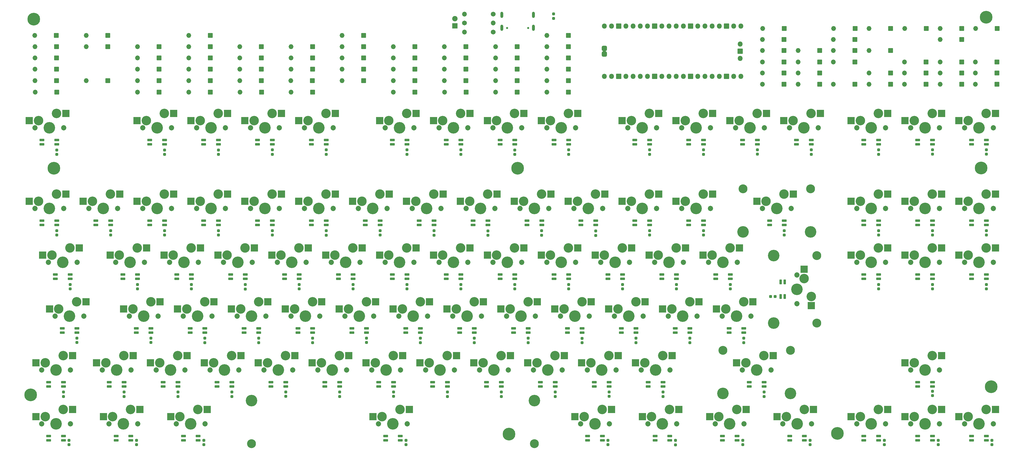
<source format=gbs>
G04 #@! TF.GenerationSoftware,KiCad,Pcbnew,(6.0.2)*
G04 #@! TF.CreationDate,2022-03-10T23:30:08+00:00*
G04 #@! TF.ProjectId,ENV_KB_RGB,454e565f-4b42-45f5-9247-422e6b696361,Rev.1*
G04 #@! TF.SameCoordinates,Original*
G04 #@! TF.FileFunction,Soldermask,Bot*
G04 #@! TF.FilePolarity,Negative*
%FSLAX46Y46*%
G04 Gerber Fmt 4.6, Leading zero omitted, Abs format (unit mm)*
G04 Created by KiCad (PCBNEW (6.0.2)) date 2022-03-10 23:30:08*
%MOMM*%
%LPD*%
G01*
G04 APERTURE LIST*
G04 Aperture macros list*
%AMRoundRect*
0 Rectangle with rounded corners*
0 $1 Rounding radius*
0 $2 $3 $4 $5 $6 $7 $8 $9 X,Y pos of 4 corners*
0 Add a 4 corners polygon primitive as box body*
4,1,4,$2,$3,$4,$5,$6,$7,$8,$9,$2,$3,0*
0 Add four circle primitives for the rounded corners*
1,1,$1+$1,$2,$3*
1,1,$1+$1,$4,$5*
1,1,$1+$1,$6,$7*
1,1,$1+$1,$8,$9*
0 Add four rect primitives between the rounded corners*
20,1,$1+$1,$2,$3,$4,$5,0*
20,1,$1+$1,$4,$5,$6,$7,0*
20,1,$1+$1,$6,$7,$8,$9,0*
20,1,$1+$1,$8,$9,$2,$3,0*%
G04 Aperture macros list end*
%ADD10R,2.550000X2.500000*%
%ADD11C,4.089800*%
%ADD12C,1.852000*%
%ADD13C,3.352000*%
%ADD14RoundRect,0.051000X0.900000X-0.900000X0.900000X0.900000X-0.900000X0.900000X-0.900000X-0.900000X0*%
%ADD15C,1.902000*%
%ADD16R,2.500000X2.550000*%
%ADD17C,1.702000*%
%ADD18O,1.702000X1.702000*%
%ADD19C,4.502000*%
%ADD20O,1.802000X1.802000*%
%ADD21RoundRect,0.051000X0.850000X-0.850000X0.850000X0.850000X-0.850000X0.850000X-0.850000X-0.850000X0*%
%ADD22RoundRect,0.488500X0.437500X-0.437500X0.437500X0.437500X-0.437500X0.437500X-0.437500X-0.437500X0*%
%ADD23RoundRect,0.051000X0.800000X0.800000X-0.800000X0.800000X-0.800000X-0.800000X0.800000X-0.800000X0*%
%ADD24RoundRect,0.133000X0.718000X-0.328000X0.718000X0.328000X-0.718000X0.328000X-0.718000X-0.328000X0*%
%ADD25RoundRect,0.133000X-0.328000X-0.718000X0.328000X-0.718000X0.328000X0.718000X-0.328000X0.718000X0*%
%ADD26C,3.150000*%
%ADD27C,0.752000*%
%ADD28O,1.002000X2.202000*%
%ADD29RoundRect,0.276000X-0.250000X0.225000X-0.250000X-0.225000X0.250000X-0.225000X0.250000X0.225000X0*%
%ADD30RoundRect,0.276000X0.225000X0.250000X-0.225000X0.250000X-0.225000X-0.250000X0.225000X-0.250000X0*%
G04 APERTURE END LIST*
D10*
X42021250Y-204020000D03*
D11*
X49106250Y-206560000D03*
D12*
X44026250Y-206560000D03*
D10*
X54921250Y-201480000D03*
D12*
X54186250Y-206560000D03*
D13*
X45296250Y-204020000D03*
X51646250Y-201480000D03*
D11*
X49106250Y-187510000D03*
D10*
X54921250Y-182430000D03*
D12*
X54186250Y-187510000D03*
D10*
X42021250Y-184970000D03*
D12*
X44026250Y-187510000D03*
D13*
X45296250Y-184970000D03*
X51646250Y-182430000D03*
D10*
X76352500Y-182430000D03*
D12*
X65457500Y-187510000D03*
X75617500Y-187510000D03*
D10*
X63452500Y-184970000D03*
D11*
X70537500Y-187510000D03*
D13*
X66727500Y-184970000D03*
X73077500Y-182430000D03*
D12*
X361367500Y-187510000D03*
D10*
X362102500Y-182430000D03*
X349202500Y-184970000D03*
D12*
X351207500Y-187510000D03*
D11*
X356287500Y-187510000D03*
D13*
X352477500Y-184970000D03*
X358827500Y-182430000D03*
D10*
X343052500Y-201480000D03*
D12*
X342317500Y-206560000D03*
X332157500Y-206560000D03*
D10*
X330152500Y-204020000D03*
D11*
X337237500Y-206560000D03*
D13*
X333427500Y-204020000D03*
X339777500Y-201480000D03*
D10*
X44402500Y-146870000D03*
D11*
X51487500Y-149410000D03*
D12*
X56567500Y-149410000D03*
X46407500Y-149410000D03*
D10*
X57302500Y-144330000D03*
D13*
X47677500Y-146870000D03*
X54027500Y-144330000D03*
D14*
X190050000Y-65750000D03*
D15*
X190050000Y-63210000D03*
D10*
X289671250Y-184970000D03*
D11*
X296756250Y-187510000D03*
D12*
X291676250Y-187510000D03*
D10*
X302571250Y-182430000D03*
D12*
X301836250Y-187510000D03*
D13*
X292946250Y-184970000D03*
X299296250Y-182430000D03*
D10*
X232521250Y-204020000D03*
D12*
X244686250Y-206560000D03*
D10*
X245421250Y-201480000D03*
D12*
X234526250Y-206560000D03*
D11*
X239606250Y-206560000D03*
D13*
X235796250Y-204020000D03*
X242146250Y-201480000D03*
D11*
X311025000Y-158935000D03*
D12*
X311025000Y-153855000D03*
X311025000Y-164015000D03*
D16*
X313565000Y-151850000D03*
X316105000Y-164750000D03*
D13*
X313565000Y-155125000D03*
X316105000Y-161475000D03*
D10*
X90640000Y-96705000D03*
D12*
X89905000Y-101785000D03*
D10*
X77740000Y-99245000D03*
D12*
X79745000Y-101785000D03*
D11*
X84825000Y-101785000D03*
D13*
X81015000Y-99245000D03*
X87365000Y-96705000D03*
D10*
X362102500Y-96705000D03*
D12*
X361367500Y-101785000D03*
D11*
X356287500Y-101785000D03*
D12*
X351207500Y-101785000D03*
D10*
X349202500Y-99245000D03*
D13*
X352477500Y-99245000D03*
X358827500Y-96705000D03*
D11*
X103875000Y-130360000D03*
D10*
X109690000Y-125280000D03*
D12*
X108955000Y-130360000D03*
D10*
X96790000Y-127820000D03*
D12*
X98795000Y-130360000D03*
D13*
X100065000Y-127820000D03*
X106415000Y-125280000D03*
D10*
X134890000Y-127820000D03*
D12*
X136895000Y-130360000D03*
X147055000Y-130360000D03*
D11*
X141975000Y-130360000D03*
D10*
X147790000Y-125280000D03*
D13*
X138165000Y-127820000D03*
X144515000Y-125280000D03*
D11*
X256275000Y-130360000D03*
D12*
X251195000Y-130360000D03*
X261355000Y-130360000D03*
D10*
X249190000Y-127820000D03*
X262090000Y-125280000D03*
D13*
X252465000Y-127820000D03*
X258815000Y-125280000D03*
D10*
X249190000Y-99245000D03*
X262090000Y-96705000D03*
D11*
X256275000Y-101785000D03*
D12*
X261355000Y-101785000D03*
X251195000Y-101785000D03*
D13*
X252465000Y-99245000D03*
X258815000Y-96705000D03*
D12*
X380417500Y-130360000D03*
D11*
X375337500Y-130360000D03*
D10*
X381152500Y-125280000D03*
D12*
X370257500Y-130360000D03*
D10*
X368252500Y-127820000D03*
D13*
X371527500Y-127820000D03*
X377877500Y-125280000D03*
D11*
X294375000Y-101785000D03*
D12*
X289295000Y-101785000D03*
D10*
X300190000Y-96705000D03*
X287290000Y-99245000D03*
D12*
X299455000Y-101785000D03*
D13*
X290565000Y-99245000D03*
X296915000Y-96705000D03*
D12*
X108955000Y-101785000D03*
D10*
X109690000Y-96705000D03*
D11*
X103875000Y-101785000D03*
D10*
X96790000Y-99245000D03*
D12*
X98795000Y-101785000D03*
D13*
X100065000Y-99245000D03*
X106415000Y-96705000D03*
D10*
X128740000Y-96705000D03*
X115840000Y-99245000D03*
D12*
X117845000Y-101785000D03*
X128005000Y-101785000D03*
D11*
X122925000Y-101785000D03*
D13*
X119115000Y-99245000D03*
X125465000Y-96705000D03*
D10*
X185890000Y-125280000D03*
D12*
X174995000Y-130360000D03*
D11*
X180075000Y-130360000D03*
D10*
X172990000Y-127820000D03*
D12*
X185155000Y-130360000D03*
D13*
X176265000Y-127820000D03*
X182615000Y-125280000D03*
D11*
X337237500Y-130360000D03*
D10*
X343052500Y-125280000D03*
X330152500Y-127820000D03*
D12*
X332157500Y-130360000D03*
X342317500Y-130360000D03*
D13*
X333427500Y-127820000D03*
X339777500Y-125280000D03*
D12*
X203570000Y-101785000D03*
D10*
X214465000Y-96705000D03*
D11*
X208650000Y-101785000D03*
D10*
X201565000Y-99245000D03*
D12*
X213730000Y-101785000D03*
D13*
X204840000Y-99245000D03*
X211190000Y-96705000D03*
D11*
X275325000Y-101785000D03*
D10*
X281140000Y-96705000D03*
D12*
X270245000Y-101785000D03*
X280405000Y-101785000D03*
D10*
X268240000Y-99245000D03*
D13*
X271515000Y-99245000D03*
X277865000Y-96705000D03*
D10*
X306340000Y-99245000D03*
D12*
X308345000Y-101785000D03*
D11*
X313425000Y-101785000D03*
D10*
X319240000Y-96705000D03*
D12*
X318505000Y-101785000D03*
D13*
X309615000Y-99245000D03*
X315965000Y-96705000D03*
D10*
X58690000Y-127820000D03*
D11*
X65775000Y-130360000D03*
D10*
X71590000Y-125280000D03*
D12*
X70855000Y-130360000D03*
X60695000Y-130360000D03*
D13*
X61965000Y-127820000D03*
X68315000Y-125280000D03*
D10*
X128740000Y-125280000D03*
D11*
X122925000Y-130360000D03*
D12*
X128005000Y-130360000D03*
X117845000Y-130360000D03*
D10*
X115840000Y-127820000D03*
D13*
X119115000Y-127820000D03*
X125465000Y-125280000D03*
D11*
X375337500Y-101785000D03*
D12*
X380417500Y-101785000D03*
D10*
X381152500Y-96705000D03*
D12*
X370257500Y-101785000D03*
D10*
X368252500Y-99245000D03*
D13*
X371527500Y-99245000D03*
X377877500Y-96705000D03*
D11*
X337237500Y-101785000D03*
D12*
X342317500Y-101785000D03*
D10*
X330152500Y-99245000D03*
X343052500Y-96705000D03*
D12*
X332157500Y-101785000D03*
D13*
X333427500Y-99245000D03*
X339777500Y-96705000D03*
D10*
X102546250Y-201480000D03*
D11*
X96731250Y-206560000D03*
D12*
X101811250Y-206560000D03*
X91651250Y-206560000D03*
D10*
X89646250Y-204020000D03*
D13*
X92921250Y-204020000D03*
X99271250Y-201480000D03*
D10*
X176365000Y-96705000D03*
D11*
X170550000Y-101785000D03*
D12*
X175630000Y-101785000D03*
X165470000Y-101785000D03*
D10*
X163465000Y-99245000D03*
D13*
X166740000Y-99245000D03*
X173090000Y-96705000D03*
D11*
X161025000Y-130360000D03*
D12*
X155945000Y-130360000D03*
D10*
X153940000Y-127820000D03*
D12*
X166105000Y-130360000D03*
D10*
X166840000Y-125280000D03*
D13*
X157215000Y-127820000D03*
X163565000Y-125280000D03*
D17*
X193440000Y-64750000D03*
D18*
X203600000Y-64750000D03*
D10*
X281140000Y-125280000D03*
D11*
X275325000Y-130360000D03*
D10*
X268240000Y-127820000D03*
D12*
X280405000Y-130360000D03*
X270245000Y-130360000D03*
D13*
X271515000Y-127820000D03*
X277865000Y-125280000D03*
D10*
X309715000Y-125280000D03*
D12*
X308980000Y-130360000D03*
D11*
X303900000Y-130360000D03*
D10*
X296815000Y-127820000D03*
D12*
X298820000Y-130360000D03*
D13*
X300090000Y-127820000D03*
X306440000Y-125280000D03*
D12*
X48788750Y-168460000D03*
D10*
X59683750Y-163380000D03*
X46783750Y-165920000D03*
D11*
X53868750Y-168460000D03*
D12*
X58948750Y-168460000D03*
D13*
X50058750Y-165920000D03*
X56408750Y-163380000D03*
D11*
X46725000Y-101785000D03*
D12*
X41645000Y-101785000D03*
X51805000Y-101785000D03*
D10*
X52540000Y-96705000D03*
X39640000Y-99245000D03*
D13*
X42915000Y-99245000D03*
X49265000Y-96705000D03*
D11*
X263418750Y-206560000D03*
D12*
X258338750Y-206560000D03*
D10*
X256333750Y-204020000D03*
X269233750Y-201480000D03*
D12*
X268498750Y-206560000D03*
D13*
X259608750Y-204020000D03*
X265958750Y-201480000D03*
D10*
X65833750Y-204020000D03*
D12*
X77998750Y-206560000D03*
D11*
X72918750Y-206560000D03*
D12*
X67838750Y-206560000D03*
D10*
X78733750Y-201480000D03*
D13*
X69108750Y-204020000D03*
X75458750Y-201480000D03*
D11*
X218175000Y-130360000D03*
D12*
X213095000Y-130360000D03*
D10*
X223990000Y-125280000D03*
X211090000Y-127820000D03*
D12*
X223255000Y-130360000D03*
D13*
X214365000Y-127820000D03*
X220715000Y-125280000D03*
D12*
X282151250Y-206560000D03*
D10*
X293046250Y-201480000D03*
X280146250Y-204020000D03*
D11*
X287231250Y-206560000D03*
D12*
X292311250Y-206560000D03*
D13*
X283421250Y-204020000D03*
X289771250Y-201480000D03*
D12*
X361367500Y-130360000D03*
X351207500Y-130360000D03*
D11*
X356287500Y-130360000D03*
D10*
X349202500Y-127820000D03*
X362102500Y-125280000D03*
D13*
X352477500Y-127820000D03*
X358827500Y-125280000D03*
D10*
X303958750Y-204020000D03*
D12*
X316123750Y-206560000D03*
D11*
X311043750Y-206560000D03*
D12*
X305963750Y-206560000D03*
D10*
X316858750Y-201480000D03*
D13*
X307233750Y-204020000D03*
X313583750Y-201480000D03*
D12*
X51805000Y-130360000D03*
X41645000Y-130360000D03*
D10*
X52540000Y-125280000D03*
D11*
X46725000Y-130360000D03*
D10*
X39640000Y-127820000D03*
D13*
X42915000Y-127820000D03*
X49265000Y-125280000D03*
D12*
X194045000Y-130360000D03*
D10*
X204940000Y-125280000D03*
X192040000Y-127820000D03*
D11*
X199125000Y-130360000D03*
D12*
X204205000Y-130360000D03*
D13*
X195315000Y-127820000D03*
X201665000Y-125280000D03*
D10*
X230140000Y-127820000D03*
D12*
X242305000Y-130360000D03*
D11*
X237225000Y-130360000D03*
D10*
X243040000Y-125280000D03*
D12*
X232145000Y-130360000D03*
D13*
X233415000Y-127820000D03*
X239765000Y-125280000D03*
D10*
X258715000Y-146870000D03*
D11*
X265800000Y-149410000D03*
D10*
X271615000Y-144330000D03*
D12*
X260720000Y-149410000D03*
X270880000Y-149410000D03*
D13*
X261990000Y-146870000D03*
X268340000Y-144330000D03*
D12*
X94032500Y-168460000D03*
X104192500Y-168460000D03*
D10*
X92027500Y-165920000D03*
X104927500Y-163380000D03*
D11*
X99112500Y-168460000D03*
D13*
X95302500Y-165920000D03*
X101652500Y-163380000D03*
D10*
X176365000Y-144330000D03*
X163465000Y-146870000D03*
D11*
X170550000Y-149410000D03*
D12*
X165470000Y-149410000D03*
X175630000Y-149410000D03*
D13*
X166740000Y-146870000D03*
X173090000Y-144330000D03*
D12*
X232780000Y-149410000D03*
D11*
X227700000Y-149410000D03*
D10*
X233515000Y-144330000D03*
D12*
X222620000Y-149410000D03*
D10*
X220615000Y-146870000D03*
D13*
X223890000Y-146870000D03*
X230240000Y-144330000D03*
D12*
X251830000Y-149410000D03*
D10*
X252565000Y-144330000D03*
D11*
X246750000Y-149410000D03*
D10*
X239665000Y-146870000D03*
D12*
X241670000Y-149410000D03*
D13*
X242940000Y-146870000D03*
X249290000Y-144330000D03*
D12*
X289930000Y-149410000D03*
D11*
X284850000Y-149410000D03*
D10*
X290665000Y-144330000D03*
X277765000Y-146870000D03*
D12*
X279770000Y-149410000D03*
D13*
X281040000Y-146870000D03*
X287390000Y-144330000D03*
D10*
X85877500Y-163380000D03*
D11*
X80062500Y-168460000D03*
D12*
X74982500Y-168460000D03*
X85142500Y-168460000D03*
D10*
X72977500Y-165920000D03*
D13*
X76252500Y-165920000D03*
X82602500Y-163380000D03*
D12*
X213730000Y-149410000D03*
X203570000Y-149410000D03*
D10*
X214465000Y-144330000D03*
D11*
X208650000Y-149410000D03*
D10*
X201565000Y-146870000D03*
D13*
X204840000Y-146870000D03*
X211190000Y-144330000D03*
D11*
X118162500Y-168460000D03*
D12*
X113082500Y-168460000D03*
D10*
X111077500Y-165920000D03*
D12*
X123242500Y-168460000D03*
D10*
X123977500Y-163380000D03*
D13*
X114352500Y-165920000D03*
X120702500Y-163380000D03*
D11*
X356287500Y-149410000D03*
D10*
X362102500Y-144330000D03*
X349202500Y-146870000D03*
D12*
X351207500Y-149410000D03*
X361367500Y-149410000D03*
D13*
X352477500Y-146870000D03*
X358827500Y-144330000D03*
D12*
X70220000Y-149410000D03*
D10*
X81115000Y-144330000D03*
X68215000Y-146870000D03*
D11*
X75300000Y-149410000D03*
D12*
X80380000Y-149410000D03*
D13*
X71490000Y-146870000D03*
X77840000Y-144330000D03*
D10*
X100165000Y-144330000D03*
D11*
X94350000Y-149410000D03*
D10*
X87265000Y-146870000D03*
D12*
X89270000Y-149410000D03*
X99430000Y-149410000D03*
D13*
X90540000Y-146870000D03*
X96890000Y-144330000D03*
D12*
X127370000Y-149410000D03*
D10*
X125365000Y-146870000D03*
X138265000Y-144330000D03*
D12*
X137530000Y-149410000D03*
D11*
X132450000Y-149410000D03*
D13*
X128640000Y-146870000D03*
X134990000Y-144330000D03*
D11*
X113400000Y-149410000D03*
D10*
X106315000Y-146870000D03*
X119215000Y-144330000D03*
D12*
X108320000Y-149410000D03*
X118480000Y-149410000D03*
D13*
X109590000Y-146870000D03*
X115940000Y-144330000D03*
D11*
X151500000Y-149410000D03*
D12*
X156580000Y-149410000D03*
D10*
X157315000Y-144330000D03*
D12*
X146420000Y-149410000D03*
D10*
X144415000Y-146870000D03*
D13*
X147690000Y-146870000D03*
X154040000Y-144330000D03*
D12*
X342317500Y-149410000D03*
D11*
X337237500Y-149410000D03*
D12*
X332157500Y-149410000D03*
D10*
X330152500Y-146870000D03*
X343052500Y-144330000D03*
D13*
X333427500Y-146870000D03*
X339777500Y-144330000D03*
D10*
X381152500Y-144330000D03*
D12*
X380417500Y-149410000D03*
X370257500Y-149410000D03*
D11*
X375337500Y-149410000D03*
D10*
X368252500Y-146870000D03*
D13*
X371527500Y-146870000D03*
X377877500Y-144330000D03*
D11*
X189600000Y-149410000D03*
D12*
X184520000Y-149410000D03*
D10*
X182515000Y-146870000D03*
D12*
X194680000Y-149410000D03*
D10*
X195415000Y-144330000D03*
D13*
X185790000Y-146870000D03*
X192140000Y-144330000D03*
D12*
X132132500Y-168460000D03*
D10*
X130127500Y-165920000D03*
X143027500Y-163380000D03*
D11*
X137212500Y-168460000D03*
D12*
X142292500Y-168460000D03*
D13*
X133402500Y-165920000D03*
X139752500Y-163380000D03*
D11*
X194362500Y-168460000D03*
D12*
X189282500Y-168460000D03*
D10*
X200177500Y-163380000D03*
X187277500Y-165920000D03*
D12*
X199442500Y-168460000D03*
D13*
X190552500Y-165920000D03*
X196902500Y-163380000D03*
D11*
X203887500Y-187510000D03*
D10*
X209702500Y-182430000D03*
D12*
X208967500Y-187510000D03*
D10*
X196802500Y-184970000D03*
D12*
X198807500Y-187510000D03*
D13*
X200077500Y-184970000D03*
X206427500Y-182430000D03*
D10*
X149177500Y-165920000D03*
D12*
X161342500Y-168460000D03*
D10*
X162077500Y-163380000D03*
D11*
X156262500Y-168460000D03*
D12*
X151182500Y-168460000D03*
D13*
X152452500Y-165920000D03*
X158802500Y-163380000D03*
D10*
X181127500Y-163380000D03*
D12*
X170232500Y-168460000D03*
D10*
X168227500Y-165920000D03*
D11*
X175312500Y-168460000D03*
D12*
X180392500Y-168460000D03*
D13*
X171502500Y-165920000D03*
X177852500Y-163380000D03*
D11*
X213412500Y-168460000D03*
D12*
X218492500Y-168460000D03*
D10*
X219227500Y-163380000D03*
X206327500Y-165920000D03*
D12*
X208332500Y-168460000D03*
D13*
X209602500Y-165920000D03*
X215952500Y-163380000D03*
D10*
X225377500Y-165920000D03*
D12*
X227382500Y-168460000D03*
D10*
X238277500Y-163380000D03*
D12*
X237542500Y-168460000D03*
D11*
X232462500Y-168460000D03*
D13*
X228652500Y-165920000D03*
X235002500Y-163380000D03*
D12*
X151817500Y-187510000D03*
D11*
X146737500Y-187510000D03*
D10*
X139652500Y-184970000D03*
D12*
X141657500Y-187510000D03*
D10*
X152552500Y-182430000D03*
D13*
X142927500Y-184970000D03*
X149277500Y-182430000D03*
D10*
X171602500Y-182430000D03*
D12*
X160707500Y-187510000D03*
D11*
X165787500Y-187510000D03*
D10*
X158702500Y-184970000D03*
D12*
X170867500Y-187510000D03*
D13*
X161977500Y-184970000D03*
X168327500Y-182430000D03*
D12*
X246432500Y-168460000D03*
X256592500Y-168460000D03*
D10*
X244427500Y-165920000D03*
D11*
X251512500Y-168460000D03*
D10*
X257327500Y-163380000D03*
D13*
X247702500Y-165920000D03*
X254052500Y-163380000D03*
D12*
X247067500Y-187510000D03*
X236907500Y-187510000D03*
D10*
X247802500Y-182430000D03*
X234902500Y-184970000D03*
D11*
X241987500Y-187510000D03*
D13*
X238177500Y-184970000D03*
X244527500Y-182430000D03*
D12*
X275642500Y-168460000D03*
D10*
X263477500Y-165920000D03*
D11*
X270562500Y-168460000D03*
D10*
X276377500Y-163380000D03*
D12*
X265482500Y-168460000D03*
D13*
X266752500Y-165920000D03*
X273102500Y-163380000D03*
D12*
X228017500Y-187510000D03*
D10*
X215852500Y-184970000D03*
D11*
X222937500Y-187510000D03*
D12*
X217857500Y-187510000D03*
D10*
X228752500Y-182430000D03*
D13*
X219127500Y-184970000D03*
X225477500Y-182430000D03*
D12*
X284532500Y-168460000D03*
D10*
X282527500Y-165920000D03*
D12*
X294692500Y-168460000D03*
D10*
X295427500Y-163380000D03*
D11*
X289612500Y-168460000D03*
D13*
X285802500Y-165920000D03*
X292152500Y-163380000D03*
D10*
X95402500Y-182430000D03*
D12*
X84507500Y-187510000D03*
X94667500Y-187510000D03*
D10*
X82502500Y-184970000D03*
D11*
X89587500Y-187510000D03*
D13*
X85777500Y-184970000D03*
X92127500Y-182430000D03*
D12*
X132767500Y-187510000D03*
D11*
X127687500Y-187510000D03*
D10*
X133502500Y-182430000D03*
X120602500Y-184970000D03*
D12*
X122607500Y-187510000D03*
D13*
X123877500Y-184970000D03*
X130227500Y-182430000D03*
D10*
X177752500Y-184970000D03*
D11*
X184837500Y-187510000D03*
D10*
X190652500Y-182430000D03*
D12*
X179757500Y-187510000D03*
X189917500Y-187510000D03*
D13*
X181027500Y-184970000D03*
X187377500Y-182430000D03*
D10*
X114452500Y-182430000D03*
D12*
X103557500Y-187510000D03*
D10*
X101552500Y-184970000D03*
D12*
X113717500Y-187510000D03*
D11*
X108637500Y-187510000D03*
D13*
X104827500Y-184970000D03*
X111177500Y-182430000D03*
D12*
X255957500Y-187510000D03*
D11*
X261037500Y-187510000D03*
D12*
X266117500Y-187510000D03*
D10*
X266852500Y-182430000D03*
X253952500Y-184970000D03*
D13*
X257227500Y-184970000D03*
X263577500Y-182430000D03*
D11*
X84825000Y-130360000D03*
D12*
X79745000Y-130360000D03*
D10*
X90640000Y-125280000D03*
D12*
X89905000Y-130360000D03*
D10*
X77740000Y-127820000D03*
D13*
X81015000Y-127820000D03*
X87365000Y-125280000D03*
D12*
X136895000Y-101785000D03*
D11*
X141975000Y-101785000D03*
D12*
X147055000Y-101785000D03*
D10*
X147790000Y-96705000D03*
X134890000Y-99245000D03*
D13*
X138165000Y-99245000D03*
X144515000Y-96705000D03*
D10*
X362102500Y-201480000D03*
X349202500Y-204020000D03*
D12*
X361367500Y-206560000D03*
X351207500Y-206560000D03*
D11*
X356287500Y-206560000D03*
D13*
X352477500Y-204020000D03*
X358827500Y-201480000D03*
D10*
X368252500Y-204020000D03*
D12*
X370257500Y-206560000D03*
D11*
X375337500Y-206560000D03*
D10*
X381152500Y-201480000D03*
D12*
X380417500Y-206560000D03*
D13*
X371527500Y-204020000D03*
X377877500Y-201480000D03*
D11*
X189600000Y-101785000D03*
D12*
X194680000Y-101785000D03*
X184520000Y-101785000D03*
D10*
X195415000Y-96705000D03*
X182515000Y-99245000D03*
D13*
X185790000Y-99245000D03*
X192140000Y-96705000D03*
D10*
X233515000Y-96705000D03*
D11*
X227700000Y-101785000D03*
D12*
X232780000Y-101785000D03*
X222620000Y-101785000D03*
D10*
X220615000Y-99245000D03*
D13*
X223890000Y-99245000D03*
X230240000Y-96705000D03*
D19*
X376075000Y-116060000D03*
X325267000Y-209905000D03*
D20*
X242920000Y-83600000D03*
X245460000Y-83600000D03*
D21*
X248000000Y-83600000D03*
D20*
X250540000Y-83600000D03*
X253080000Y-83600000D03*
X255620000Y-83600000D03*
X258160000Y-83600000D03*
D21*
X260700000Y-83600000D03*
D20*
X263240000Y-83600000D03*
X265780000Y-83600000D03*
X268320000Y-83600000D03*
X270860000Y-83600000D03*
D21*
X273400000Y-83600000D03*
D20*
X275940000Y-83600000D03*
X278480000Y-83600000D03*
X281020000Y-83600000D03*
X283560000Y-83600000D03*
D21*
X286100000Y-83600000D03*
D20*
X288640000Y-83600000D03*
X291180000Y-83600000D03*
X291180000Y-65820000D03*
X288640000Y-65820000D03*
D21*
X286100000Y-65820000D03*
D20*
X283560000Y-65820000D03*
X281020000Y-65820000D03*
X278480000Y-65820000D03*
X275940000Y-65820000D03*
D21*
X273400000Y-65820000D03*
D20*
X270860000Y-65820000D03*
X268320000Y-65820000D03*
X265780000Y-65820000D03*
X263240000Y-65820000D03*
D21*
X260700000Y-65820000D03*
D20*
X258160000Y-65820000D03*
X255620000Y-65820000D03*
X253080000Y-65820000D03*
X250540000Y-65820000D03*
D21*
X248000000Y-65820000D03*
D20*
X245460000Y-65820000D03*
X242920000Y-65820000D03*
X290950000Y-77250000D03*
D21*
X290950000Y-74710000D03*
D20*
X290950000Y-72170000D03*
D22*
X242925000Y-73694000D03*
X242925000Y-75726000D03*
D19*
X212225000Y-116085000D03*
X377867000Y-62705000D03*
X209225000Y-210185000D03*
X40167000Y-196305000D03*
D17*
X203600000Y-61600000D03*
D18*
X193440000Y-61600000D03*
D23*
X369200000Y-86400000D03*
D18*
X361580000Y-86400000D03*
D23*
X356600000Y-86400000D03*
D18*
X348980000Y-86400000D03*
D23*
X344100000Y-86400000D03*
D18*
X336480000Y-86400000D03*
D23*
X319000000Y-86400000D03*
D18*
X311380000Y-86400000D03*
D23*
X331500000Y-86400000D03*
D18*
X323880000Y-86400000D03*
D23*
X381700000Y-86400000D03*
D18*
X374080000Y-86400000D03*
D23*
X306400000Y-86400000D03*
D18*
X298780000Y-86400000D03*
D23*
X344125000Y-66685000D03*
D18*
X336505000Y-66685000D03*
D19*
X41267000Y-63405000D03*
D12*
X163088750Y-206560000D03*
D11*
X168168750Y-206560000D03*
D10*
X161083750Y-204020000D03*
X173983750Y-201480000D03*
D12*
X173248750Y-206560000D03*
D13*
X164358750Y-204020000D03*
X170708750Y-201480000D03*
D23*
X306400000Y-82400000D03*
D18*
X298780000Y-82400000D03*
D23*
X319000000Y-82400000D03*
D18*
X311380000Y-82400000D03*
D23*
X344100000Y-82400000D03*
D18*
X336480000Y-82400000D03*
D23*
X356600000Y-82400000D03*
D18*
X348980000Y-82400000D03*
D23*
X369200000Y-82400000D03*
D18*
X361580000Y-82400000D03*
D23*
X381700000Y-82400000D03*
D18*
X374080000Y-82400000D03*
D23*
X306400000Y-78500000D03*
D18*
X298780000Y-78500000D03*
D23*
X319000000Y-78500000D03*
D18*
X311380000Y-78500000D03*
D23*
X331500000Y-78500000D03*
D18*
X323880000Y-78500000D03*
D23*
X356600000Y-78500000D03*
D18*
X348980000Y-78500000D03*
D23*
X369200000Y-78500000D03*
D18*
X361580000Y-78500000D03*
D23*
X381700000Y-78500000D03*
D18*
X374080000Y-78500000D03*
D23*
X306400000Y-74500000D03*
D18*
X298780000Y-74500000D03*
D23*
X319000000Y-74500000D03*
D18*
X311380000Y-74500000D03*
D23*
X331500000Y-74500000D03*
D18*
X323880000Y-74500000D03*
D23*
X344100000Y-74500000D03*
D18*
X336480000Y-74500000D03*
D23*
X306400000Y-70600000D03*
D18*
X298780000Y-70600000D03*
D23*
X331500000Y-70600000D03*
D18*
X323880000Y-70600000D03*
D23*
X369200000Y-70600000D03*
D18*
X361580000Y-70600000D03*
D23*
X306475000Y-66685000D03*
D18*
X298855000Y-66685000D03*
D23*
X331575000Y-66685000D03*
D18*
X323955000Y-66685000D03*
D23*
X356675000Y-66685000D03*
D18*
X349055000Y-66685000D03*
D23*
X369225000Y-66685000D03*
D18*
X361605000Y-66685000D03*
D23*
X381775000Y-66685000D03*
D18*
X374155000Y-66685000D03*
D19*
X48375000Y-116085000D03*
D23*
X49300000Y-73100000D03*
D18*
X41680000Y-73100000D03*
D23*
X49300000Y-81100000D03*
D18*
X41680000Y-81100000D03*
D23*
X103625000Y-89185000D03*
D18*
X96005000Y-89185000D03*
D23*
X49325000Y-89185000D03*
D18*
X41705000Y-89185000D03*
D23*
X85525000Y-89185000D03*
D18*
X77905000Y-89185000D03*
D23*
X121725000Y-89185000D03*
D18*
X114105000Y-89185000D03*
D23*
X49300000Y-77100000D03*
D18*
X41680000Y-77100000D03*
D23*
X49200000Y-69100000D03*
D18*
X41580000Y-69100000D03*
D23*
X139775000Y-89185000D03*
D18*
X132155000Y-89185000D03*
D23*
X212125000Y-89185000D03*
D18*
X204505000Y-89185000D03*
D23*
X230225000Y-89185000D03*
D18*
X222605000Y-89185000D03*
D23*
X49300000Y-85100000D03*
D18*
X41680000Y-85100000D03*
D23*
X194025000Y-89185000D03*
D18*
X186405000Y-89185000D03*
D23*
X175965000Y-89185000D03*
D18*
X168345000Y-89185000D03*
D23*
X175900000Y-73100000D03*
D18*
X168280000Y-73100000D03*
D23*
X212100000Y-77100000D03*
D18*
X204480000Y-77100000D03*
D23*
X230200000Y-77100000D03*
D18*
X222580000Y-77100000D03*
D23*
X85500000Y-73100000D03*
D18*
X77880000Y-73100000D03*
D23*
X67400000Y-73100000D03*
D18*
X59780000Y-73100000D03*
D23*
X230200000Y-73100000D03*
D18*
X222580000Y-73100000D03*
D23*
X212100000Y-73100000D03*
D18*
X204480000Y-73100000D03*
D23*
X103600000Y-73100000D03*
D18*
X95980000Y-73100000D03*
D23*
X194000000Y-73100000D03*
D18*
X186380000Y-73100000D03*
D23*
X121700000Y-73100000D03*
D18*
X114080000Y-73100000D03*
D23*
X139800000Y-73100000D03*
D18*
X132180000Y-73100000D03*
D23*
X157800000Y-73100000D03*
D18*
X150180000Y-73100000D03*
D23*
X157800000Y-81100000D03*
D18*
X150180000Y-81100000D03*
D23*
X175900000Y-81100000D03*
D18*
X168280000Y-81100000D03*
D23*
X230200000Y-85100000D03*
D18*
X222580000Y-85100000D03*
D23*
X139800000Y-81100000D03*
D18*
X132180000Y-81100000D03*
D23*
X121700000Y-81100000D03*
D18*
X114080000Y-81100000D03*
D23*
X157800000Y-85100000D03*
D18*
X150180000Y-85100000D03*
D23*
X175900000Y-85100000D03*
D18*
X168280000Y-85100000D03*
D23*
X85500000Y-81100000D03*
D18*
X77880000Y-81100000D03*
D23*
X103600000Y-81100000D03*
D18*
X95980000Y-81100000D03*
D23*
X194000000Y-85100000D03*
D18*
X186380000Y-85100000D03*
D23*
X212100000Y-85100000D03*
D18*
X204480000Y-85100000D03*
D23*
X175900000Y-77100000D03*
D18*
X168280000Y-77100000D03*
D23*
X121700000Y-77100000D03*
D18*
X114080000Y-77100000D03*
D23*
X157800000Y-77100000D03*
D18*
X150180000Y-77100000D03*
D23*
X194000000Y-81100000D03*
D18*
X186380000Y-81100000D03*
D23*
X212100000Y-81100000D03*
D18*
X204480000Y-81100000D03*
D23*
X194000000Y-77100000D03*
D18*
X186380000Y-77100000D03*
D23*
X230200000Y-81100000D03*
D18*
X222580000Y-81100000D03*
D23*
X85500000Y-77100000D03*
D18*
X77880000Y-77100000D03*
D23*
X103600000Y-77100000D03*
D18*
X95980000Y-77100000D03*
D23*
X139800000Y-77100000D03*
D18*
X132180000Y-77100000D03*
D23*
X67400000Y-69100000D03*
D18*
X59780000Y-69100000D03*
D23*
X103600000Y-69100000D03*
D18*
X95980000Y-69100000D03*
D23*
X157800000Y-69100000D03*
D18*
X150180000Y-69100000D03*
D23*
X230200000Y-69100000D03*
D18*
X222580000Y-69100000D03*
D23*
X85500000Y-85100000D03*
D18*
X77880000Y-85100000D03*
D23*
X139700000Y-85100000D03*
D18*
X132080000Y-85100000D03*
D23*
X103600000Y-85100000D03*
D18*
X95980000Y-85100000D03*
D23*
X121700000Y-85100000D03*
D18*
X114080000Y-85100000D03*
D23*
X67400000Y-85100000D03*
D18*
X59780000Y-85100000D03*
D24*
X49325000Y-107615000D03*
X49325000Y-106115000D03*
X44125000Y-106115000D03*
X44125000Y-107615000D03*
X87425000Y-107615000D03*
X87425000Y-106115000D03*
X82225000Y-106115000D03*
X82225000Y-107615000D03*
X106475000Y-107615000D03*
X106475000Y-106115000D03*
X101275000Y-106115000D03*
X101275000Y-107615000D03*
X125525000Y-107615000D03*
X125525000Y-106115000D03*
X120325000Y-106115000D03*
X120325000Y-107615000D03*
X144575000Y-107615000D03*
X144575000Y-106115000D03*
X139375000Y-106115000D03*
X139375000Y-107615000D03*
X173150000Y-107615000D03*
X173150000Y-106115000D03*
X167950000Y-106115000D03*
X167950000Y-107615000D03*
X192200000Y-107615000D03*
X192200000Y-106115000D03*
X187000000Y-106115000D03*
X187000000Y-107615000D03*
X211250000Y-107615000D03*
X211250000Y-106115000D03*
X206050000Y-106115000D03*
X206050000Y-107615000D03*
X230300000Y-107615000D03*
X230300000Y-106115000D03*
X225100000Y-106115000D03*
X225100000Y-107615000D03*
X258875000Y-107615000D03*
X258875000Y-106115000D03*
X253675000Y-106115000D03*
X253675000Y-107615000D03*
X277925000Y-107615000D03*
X277925000Y-106115000D03*
X272725000Y-106115000D03*
X272725000Y-107615000D03*
X296975000Y-107615000D03*
X296975000Y-106115000D03*
X291775000Y-106115000D03*
X291775000Y-107615000D03*
X316025000Y-107615000D03*
X316025000Y-106115000D03*
X310825000Y-106115000D03*
X310825000Y-107615000D03*
X339837500Y-107615000D03*
X339837500Y-106115000D03*
X334637500Y-106115000D03*
X334637500Y-107615000D03*
X358887500Y-107615000D03*
X358887500Y-106115000D03*
X353687500Y-106115000D03*
X353687500Y-107615000D03*
X377937500Y-107615000D03*
X377937500Y-106115000D03*
X372737500Y-106115000D03*
X372737500Y-107615000D03*
X49325000Y-136190000D03*
X49325000Y-134690000D03*
X44125000Y-134690000D03*
X44125000Y-136190000D03*
X68375000Y-136190000D03*
X68375000Y-134690000D03*
X63175000Y-134690000D03*
X63175000Y-136190000D03*
X87425000Y-136190000D03*
X87425000Y-134690000D03*
X82225000Y-134690000D03*
X82225000Y-136190000D03*
X106475000Y-136190000D03*
X106475000Y-134690000D03*
X101275000Y-134690000D03*
X101275000Y-136190000D03*
X125525000Y-136190000D03*
X125525000Y-134690000D03*
X120325000Y-134690000D03*
X120325000Y-136190000D03*
X144575000Y-136190000D03*
X144575000Y-134690000D03*
X139375000Y-134690000D03*
X139375000Y-136190000D03*
X163625000Y-136190000D03*
X163625000Y-134690000D03*
X158425000Y-134690000D03*
X158425000Y-136190000D03*
X182675000Y-136190000D03*
X182675000Y-134690000D03*
X177475000Y-134690000D03*
X177475000Y-136190000D03*
X201725000Y-136190000D03*
X201725000Y-134690000D03*
X196525000Y-134690000D03*
X196525000Y-136190000D03*
X220775000Y-136190000D03*
X220775000Y-134690000D03*
X215575000Y-134690000D03*
X215575000Y-136190000D03*
X239825000Y-136190000D03*
X239825000Y-134690000D03*
X234625000Y-134690000D03*
X234625000Y-136190000D03*
X258875000Y-136190000D03*
X258875000Y-134690000D03*
X253675000Y-134690000D03*
X253675000Y-136190000D03*
X277925000Y-136190000D03*
X277925000Y-134690000D03*
X272725000Y-134690000D03*
X272725000Y-136190000D03*
X306500000Y-136190000D03*
X306500000Y-134690000D03*
X301300000Y-134690000D03*
X301300000Y-136190000D03*
X339837500Y-136190000D03*
X339837500Y-134690000D03*
X334637500Y-134690000D03*
X334637500Y-136190000D03*
X358887500Y-136190000D03*
X358887500Y-134690000D03*
X353687500Y-134690000D03*
X353687500Y-136190000D03*
X377937500Y-136190000D03*
X377937500Y-134690000D03*
X372737500Y-134690000D03*
X372737500Y-136190000D03*
X54087500Y-155240000D03*
X54087500Y-153740000D03*
X48887500Y-153740000D03*
X48887500Y-155240000D03*
X77900000Y-155240000D03*
X77900000Y-153740000D03*
X72700000Y-153740000D03*
X72700000Y-155240000D03*
X96950000Y-155240000D03*
X96950000Y-153740000D03*
X91750000Y-153740000D03*
X91750000Y-155240000D03*
X116000000Y-155240000D03*
X116000000Y-153740000D03*
X110800000Y-153740000D03*
X110800000Y-155240000D03*
X135050000Y-155240000D03*
X135050000Y-153740000D03*
X129850000Y-153740000D03*
X129850000Y-155240000D03*
X154100000Y-155240000D03*
X154100000Y-153740000D03*
X148900000Y-153740000D03*
X148900000Y-155240000D03*
X173150000Y-155240000D03*
X173150000Y-153740000D03*
X167950000Y-153740000D03*
X167950000Y-155240000D03*
X192200000Y-155240000D03*
X192200000Y-153740000D03*
X187000000Y-153740000D03*
X187000000Y-155240000D03*
X211250000Y-155240000D03*
X211250000Y-153740000D03*
X206050000Y-153740000D03*
X206050000Y-155240000D03*
X230300000Y-155240000D03*
X230300000Y-153740000D03*
X225100000Y-153740000D03*
X225100000Y-155240000D03*
X249350000Y-155240000D03*
X249350000Y-153740000D03*
X244150000Y-153740000D03*
X244150000Y-155240000D03*
X268400000Y-155240000D03*
X268400000Y-153740000D03*
X263200000Y-153740000D03*
X263200000Y-155240000D03*
X287450000Y-155240000D03*
X287450000Y-153740000D03*
X282250000Y-153740000D03*
X282250000Y-155240000D03*
D25*
X305195000Y-161535000D03*
X306695000Y-161535000D03*
X306695000Y-156335000D03*
X305195000Y-156335000D03*
D24*
X339837500Y-155240000D03*
X339837500Y-153740000D03*
X334637500Y-153740000D03*
X334637500Y-155240000D03*
X358887500Y-155240000D03*
X358887500Y-153740000D03*
X353687500Y-153740000D03*
X353687500Y-155240000D03*
X377937500Y-155240000D03*
X377937500Y-153740000D03*
X372737500Y-153740000D03*
X372737500Y-155240000D03*
X56468750Y-174290000D03*
X56468750Y-172790000D03*
X51268750Y-172790000D03*
X51268750Y-174290000D03*
X82662500Y-174290000D03*
X82662500Y-172790000D03*
X77462500Y-172790000D03*
X77462500Y-174290000D03*
X101712500Y-174290000D03*
X101712500Y-172790000D03*
X96512500Y-172790000D03*
X96512500Y-174290000D03*
X120762500Y-174290000D03*
X120762500Y-172790000D03*
X115562500Y-172790000D03*
X115562500Y-174290000D03*
X139812500Y-174290000D03*
X139812500Y-172790000D03*
X134612500Y-172790000D03*
X134612500Y-174290000D03*
X158862500Y-174290000D03*
X158862500Y-172790000D03*
X153662500Y-172790000D03*
X153662500Y-174290000D03*
X177912500Y-174290000D03*
X177912500Y-172790000D03*
X172712500Y-172790000D03*
X172712500Y-174290000D03*
X196962500Y-174290000D03*
X196962500Y-172790000D03*
X191762500Y-172790000D03*
X191762500Y-174290000D03*
X216012500Y-174290000D03*
X216012500Y-172790000D03*
X210812500Y-172790000D03*
X210812500Y-174290000D03*
X235062500Y-174290000D03*
X235062500Y-172790000D03*
X229862500Y-172790000D03*
X229862500Y-174290000D03*
X254112500Y-174290000D03*
X254112500Y-172790000D03*
X248912500Y-172790000D03*
X248912500Y-174290000D03*
X273162500Y-174290000D03*
X273162500Y-172790000D03*
X267962500Y-172790000D03*
X267962500Y-174290000D03*
X292212500Y-174290000D03*
X292212500Y-172790000D03*
X287012500Y-172790000D03*
X287012500Y-174290000D03*
X51706250Y-193340000D03*
X51706250Y-191840000D03*
X46506250Y-191840000D03*
X46506250Y-193340000D03*
X73137500Y-193340000D03*
X73137500Y-191840000D03*
X67937500Y-191840000D03*
X67937500Y-193340000D03*
X92187500Y-193340000D03*
X92187500Y-191840000D03*
X86987500Y-191840000D03*
X86987500Y-193340000D03*
X111237500Y-193340000D03*
X111237500Y-191840000D03*
X106037500Y-191840000D03*
X106037500Y-193340000D03*
X130287500Y-193340000D03*
X130287500Y-191840000D03*
X125087500Y-191840000D03*
X125087500Y-193340000D03*
X149337500Y-193340000D03*
X149337500Y-191840000D03*
X144137500Y-191840000D03*
X144137500Y-193340000D03*
X168387500Y-193340000D03*
X168387500Y-191840000D03*
X163187500Y-191840000D03*
X163187500Y-193340000D03*
X187437500Y-193340000D03*
X187437500Y-191840000D03*
X182237500Y-191840000D03*
X182237500Y-193340000D03*
X206487500Y-193340000D03*
X206487500Y-191840000D03*
X201287500Y-191840000D03*
X201287500Y-193340000D03*
X225537500Y-193340000D03*
X225537500Y-191840000D03*
X220337500Y-191840000D03*
X220337500Y-193340000D03*
X244587500Y-193340000D03*
X244587500Y-191840000D03*
X239387500Y-191840000D03*
X239387500Y-193340000D03*
X263637500Y-193340000D03*
X263637500Y-191840000D03*
X258437500Y-191840000D03*
X258437500Y-193340000D03*
X299356250Y-193340000D03*
X299356250Y-191840000D03*
X294156250Y-191840000D03*
X294156250Y-193340000D03*
X358887500Y-193340000D03*
X358887500Y-191840000D03*
X353687500Y-191840000D03*
X353687500Y-193340000D03*
X51706250Y-212390000D03*
X51706250Y-210890000D03*
X46506250Y-210890000D03*
X46506250Y-212390000D03*
X75518750Y-212390000D03*
X75518750Y-210890000D03*
X70318750Y-210890000D03*
X70318750Y-212390000D03*
X99331250Y-212390000D03*
X99331250Y-210890000D03*
X94131250Y-210890000D03*
X94131250Y-212390000D03*
X170768750Y-212390000D03*
X170768750Y-210890000D03*
X165568750Y-210890000D03*
X165568750Y-212390000D03*
X242206250Y-212390000D03*
X242206250Y-210890000D03*
X237006250Y-210890000D03*
X237006250Y-212390000D03*
X266018750Y-212390000D03*
X266018750Y-210890000D03*
X260818750Y-210890000D03*
X260818750Y-212390000D03*
X289831250Y-212390000D03*
X289831250Y-210890000D03*
X284631250Y-210890000D03*
X284631250Y-212390000D03*
X313643750Y-212390000D03*
X313643750Y-210890000D03*
X308443750Y-210890000D03*
X308443750Y-212390000D03*
X339837500Y-212390000D03*
X339837500Y-210890000D03*
X334637500Y-210890000D03*
X334637500Y-212390000D03*
X358887500Y-212390000D03*
X358887500Y-210890000D03*
X353687500Y-210890000D03*
X353687500Y-212390000D03*
X377937500Y-212390000D03*
X377937500Y-210890000D03*
X372737500Y-210890000D03*
X372737500Y-212390000D03*
D19*
X379667000Y-193405000D03*
D11*
X118168750Y-198305000D03*
D26*
X218168750Y-213545000D03*
D11*
X218168750Y-198305000D03*
D26*
X118168750Y-213545000D03*
D11*
X315838000Y-138615000D03*
X291962000Y-138615000D03*
D26*
X291962000Y-123375000D03*
X315838000Y-123375000D03*
D11*
X308694250Y-195765000D03*
D26*
X284818250Y-180525000D03*
D11*
X284818250Y-195765000D03*
D26*
X308694250Y-180525000D03*
X318010000Y-146997000D03*
D11*
X302770000Y-170873000D03*
X302770000Y-146997000D03*
D26*
X318010000Y-170873000D03*
D17*
X203600000Y-67900000D03*
D18*
X193440000Y-67900000D03*
D27*
X216000000Y-66510000D03*
X208500000Y-66510000D03*
D28*
X217825000Y-61830000D03*
X217825000Y-66430000D03*
X206675000Y-61830000D03*
X206675000Y-66430000D03*
D29*
X106475000Y-138175000D03*
X106475000Y-139725000D03*
X73150000Y-195300000D03*
X73150000Y-196850000D03*
X87425000Y-138175000D03*
X87425000Y-139725000D03*
X135050000Y-157275000D03*
X135050000Y-158825000D03*
X211250000Y-157225000D03*
X211250000Y-158775000D03*
X172790000Y-212385000D03*
X172790000Y-213935000D03*
X192200000Y-157225000D03*
X192200000Y-158775000D03*
X358900000Y-157275000D03*
X358900000Y-158825000D03*
X173150000Y-109625000D03*
X173150000Y-111175000D03*
X277925000Y-109625000D03*
X277925000Y-111175000D03*
X201725000Y-138275000D03*
X201725000Y-139825000D03*
X116000000Y-157300000D03*
X116000000Y-158850000D03*
X277925000Y-138175000D03*
X277925000Y-139725000D03*
X211250000Y-109650000D03*
X211250000Y-111200000D03*
X315680000Y-212375000D03*
X315680000Y-213925000D03*
D30*
X303250000Y-161525000D03*
X301700000Y-161525000D03*
D29*
X258875000Y-109625000D03*
X258875000Y-111175000D03*
X287450000Y-157275000D03*
X287450000Y-158825000D03*
X268400000Y-157225000D03*
X268400000Y-158775000D03*
X187450000Y-195300000D03*
X187450000Y-196850000D03*
X101700000Y-176250000D03*
X101700000Y-177800000D03*
X163625000Y-138200000D03*
X163625000Y-139750000D03*
X87425000Y-109650000D03*
X87425000Y-111200000D03*
X268020000Y-212405000D03*
X268020000Y-213955000D03*
X149325000Y-195300000D03*
X149325000Y-196850000D03*
X125525000Y-109625000D03*
X125525000Y-111175000D03*
X224920000Y-61545000D03*
X224920000Y-63095000D03*
X92175000Y-195300000D03*
X92175000Y-196850000D03*
X139825000Y-176250000D03*
X139825000Y-177800000D03*
X206475000Y-195300000D03*
X206475000Y-196850000D03*
X130300000Y-195250000D03*
X130300000Y-196800000D03*
X173150000Y-157275000D03*
X173150000Y-158825000D03*
X360900000Y-212375000D03*
X360900000Y-213925000D03*
X306500000Y-138225000D03*
X306500000Y-139775000D03*
X339850000Y-138225000D03*
X339850000Y-139775000D03*
X358900000Y-138175000D03*
X358900000Y-139725000D03*
X339850000Y-157250000D03*
X339850000Y-158800000D03*
X49325000Y-109675000D03*
X49325000Y-111225000D03*
X296975000Y-109600000D03*
X296975000Y-111150000D03*
X263625000Y-195300000D03*
X263625000Y-196850000D03*
X196950000Y-176250000D03*
X196950000Y-177800000D03*
X56475000Y-176225000D03*
X56475000Y-177775000D03*
X168375000Y-195275000D03*
X168375000Y-196825000D03*
X54100000Y-157250000D03*
X54100000Y-158800000D03*
X299375000Y-195300000D03*
X299375000Y-196850000D03*
X358900000Y-195025000D03*
X358900000Y-196575000D03*
X377940000Y-109585000D03*
X377940000Y-111135000D03*
X316025000Y-109625000D03*
X316025000Y-111175000D03*
X106475000Y-109650000D03*
X106475000Y-111200000D03*
X177900000Y-176250000D03*
X177900000Y-177800000D03*
X182675000Y-138250000D03*
X182675000Y-139800000D03*
X341900000Y-212385000D03*
X341900000Y-213935000D03*
X235050000Y-176275000D03*
X235050000Y-177825000D03*
X120750000Y-176250000D03*
X120750000Y-177800000D03*
X111225000Y-195300000D03*
X111225000Y-196850000D03*
X154100000Y-157250000D03*
X154100000Y-158800000D03*
X377950000Y-138175000D03*
X377950000Y-139725000D03*
X144575000Y-109625000D03*
X144575000Y-111175000D03*
X292200000Y-176250000D03*
X292200000Y-177800000D03*
X96950000Y-157250000D03*
X96950000Y-158800000D03*
X339850000Y-109625000D03*
X339850000Y-111175000D03*
X258875000Y-138175000D03*
X258875000Y-139725000D03*
X273150000Y-176250000D03*
X273150000Y-177800000D03*
X68375000Y-138225000D03*
X68375000Y-139775000D03*
X358875000Y-109575000D03*
X358875000Y-111125000D03*
X291830000Y-212395000D03*
X291830000Y-213945000D03*
X244600000Y-195275000D03*
X244600000Y-196825000D03*
X77550000Y-212395000D03*
X77550000Y-213945000D03*
X239825000Y-138325000D03*
X239825000Y-139875000D03*
X82650000Y-176225000D03*
X82650000Y-177775000D03*
X53700000Y-212395000D03*
X53700000Y-213945000D03*
X216025000Y-176250000D03*
X216025000Y-177800000D03*
X101330000Y-212395000D03*
X101330000Y-213945000D03*
X244190000Y-212385000D03*
X244190000Y-213935000D03*
X230300000Y-109625000D03*
X230300000Y-111175000D03*
X192200000Y-109625000D03*
X192200000Y-111175000D03*
X77900000Y-157225000D03*
X77900000Y-158775000D03*
X230300000Y-157275000D03*
X230300000Y-158825000D03*
X379930000Y-212395000D03*
X379930000Y-213945000D03*
X377925000Y-157275000D03*
X377925000Y-158825000D03*
X49325000Y-138200000D03*
X49325000Y-139750000D03*
X144575000Y-138250000D03*
X144575000Y-139800000D03*
X249350000Y-157225000D03*
X249350000Y-158775000D03*
X158850000Y-176225000D03*
X158850000Y-177775000D03*
X254100000Y-176250000D03*
X254100000Y-177800000D03*
X225525000Y-195300000D03*
X225525000Y-196850000D03*
X51700000Y-195300000D03*
X51700000Y-196850000D03*
X220750000Y-138250000D03*
X220750000Y-139800000D03*
X125525000Y-138225000D03*
X125525000Y-139775000D03*
G36*
X243573844Y-74567633D02*
G01*
X243574546Y-74569505D01*
X243573591Y-74570899D01*
X243557129Y-74580634D01*
X243556669Y-74580833D01*
X243518903Y-74591805D01*
X243460280Y-74629243D01*
X243431330Y-74692160D01*
X243440990Y-74760741D01*
X243486292Y-74813325D01*
X243518764Y-74828155D01*
X243556669Y-74839167D01*
X243557129Y-74839366D01*
X243573591Y-74849101D01*
X243574573Y-74850844D01*
X243573555Y-74852565D01*
X243571871Y-74852696D01*
X243466930Y-74813357D01*
X243362394Y-74802000D01*
X242487606Y-74802000D01*
X242383070Y-74813357D01*
X242278129Y-74852696D01*
X242276156Y-74852367D01*
X242275454Y-74850495D01*
X242276409Y-74849101D01*
X242292871Y-74839366D01*
X242293331Y-74839167D01*
X242331097Y-74828195D01*
X242389720Y-74790757D01*
X242418670Y-74727840D01*
X242409010Y-74659259D01*
X242363708Y-74606675D01*
X242331236Y-74591845D01*
X242293331Y-74580833D01*
X242292871Y-74580634D01*
X242276409Y-74570899D01*
X242275427Y-74569156D01*
X242276445Y-74567435D01*
X242278129Y-74567304D01*
X242383070Y-74606643D01*
X242487606Y-74618000D01*
X243362394Y-74618000D01*
X243466930Y-74606643D01*
X243571871Y-74567304D01*
X243573844Y-74567633D01*
G37*
M02*

</source>
